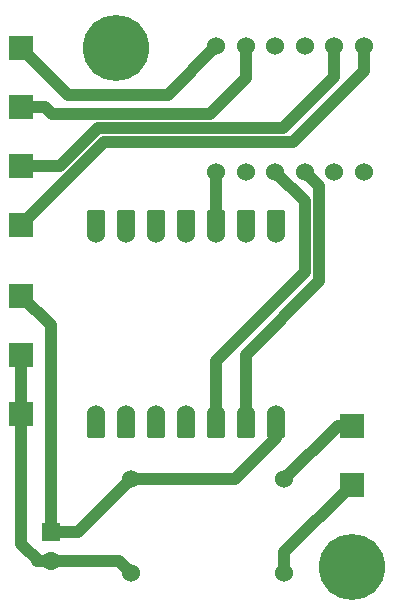
<source format=gbr>
%TF.GenerationSoftware,KiCad,Pcbnew,8.0.4*%
%TF.CreationDate,2026-02-03T00:17:50+01:00*%
%TF.ProjectId,bob,626f622e-6b69-4636-9164-5f7063625858,rev?*%
%TF.SameCoordinates,Original*%
%TF.FileFunction,Copper,L1,Top*%
%TF.FilePolarity,Positive*%
%FSLAX46Y46*%
G04 Gerber Fmt 4.6, Leading zero omitted, Abs format (unit mm)*
G04 Created by KiCad (PCBNEW 8.0.4) date 2026-02-03 00:17:50*
%MOMM*%
%LPD*%
G01*
G04 APERTURE LIST*
G04 Aperture macros list*
%AMRoundRect*
0 Rectangle with rounded corners*
0 $1 Rounding radius*
0 $2 $3 $4 $5 $6 $7 $8 $9 X,Y pos of 4 corners*
0 Add a 4 corners polygon primitive as box body*
4,1,4,$2,$3,$4,$5,$6,$7,$8,$9,$2,$3,0*
0 Add four circle primitives for the rounded corners*
1,1,$1+$1,$2,$3*
1,1,$1+$1,$4,$5*
1,1,$1+$1,$6,$7*
1,1,$1+$1,$8,$9*
0 Add four rect primitives between the rounded corners*
20,1,$1+$1,$2,$3,$4,$5,0*
20,1,$1+$1,$4,$5,$6,$7,0*
20,1,$1+$1,$6,$7,$8,$9,0*
20,1,$1+$1,$8,$9,$2,$3,0*%
G04 Aperture macros list end*
%TA.AperFunction,ComponentPad*%
%ADD10C,5.600000*%
%TD*%
%TA.AperFunction,ComponentPad*%
%ADD11R,2.000000X2.000000*%
%TD*%
%TA.AperFunction,ComponentPad*%
%ADD12C,1.524000*%
%TD*%
%TA.AperFunction,ComponentPad*%
%ADD13C,1.600000*%
%TD*%
%TA.AperFunction,ComponentPad*%
%ADD14R,1.600000X1.600000*%
%TD*%
%TA.AperFunction,SMDPad,CuDef*%
%ADD15RoundRect,0.152400X-0.609600X1.063600X-0.609600X-1.063600X0.609600X-1.063600X0.609600X1.063600X0*%
%TD*%
%TA.AperFunction,SMDPad,CuDef*%
%ADD16RoundRect,0.152400X0.609600X-1.063600X0.609600X1.063600X-0.609600X1.063600X-0.609600X-1.063600X0*%
%TD*%
%TA.AperFunction,Conductor*%
%ADD17C,1.000000*%
%TD*%
%TA.AperFunction,Conductor*%
%ADD18C,0.200000*%
%TD*%
G04 APERTURE END LIST*
D10*
%TO.P,REF\u002A\u002A,1*%
%TO.N,N/C*%
X96000000Y-76000000D03*
%TD*%
D11*
%TO.P,GND,1,1*%
%TO.N,GND 5V*%
X68000000Y-63000000D03*
%TD*%
%TO.P,GND,1,1*%
%TO.N,GND 5V*%
X68000000Y-58000000D03*
%TD*%
%TO.P,GND,1,1*%
%TO.N,GND 24V*%
X96000000Y-69000000D03*
%TD*%
%TO.P,24V,1,1*%
%TO.N,+24V*%
X96000000Y-64000000D03*
%TD*%
%TO.P,5V,1,1*%
%TO.N,VDD 5V*%
X68000000Y-53000000D03*
%TD*%
D10*
%TO.P,REF\u002A\u002A,1*%
%TO.N,N/C*%
X76000000Y-32000000D03*
%TD*%
D12*
%TO.P,STEP DOWN 5V,1,24V*%
%TO.N,+24V*%
X90275000Y-68525000D03*
%TO.P,STEP DOWN 5V,2,GND*%
%TO.N,GND 24V*%
X90275000Y-76525000D03*
%TO.P,STEP DOWN 5V,3,5V*%
%TO.N,VDD 5V*%
X77275000Y-68525000D03*
%TO.P,STEP DOWN 5V,4,GND*%
%TO.N,GND 5V*%
X77275000Y-76525000D03*
%TD*%
%TO.P,LOGIC LEVEL CONV.,1,HV1*%
%TO.N,Net-(U2-HV1)*%
X84500000Y-31900000D03*
%TO.P,LOGIC LEVEL CONV.,2,HV2*%
%TO.N,Net-(U2-HV2)*%
X87000000Y-31900000D03*
%TO.P,LOGIC LEVEL CONV.,3,HV*%
%TO.N,VDD 5V*%
X89500000Y-31900000D03*
%TO.P,LOGIC LEVEL CONV.,4,GND*%
%TO.N,GND 5V*%
X92000000Y-31900000D03*
%TO.P,LOGIC LEVEL CONV.,5,HV3*%
%TO.N,Net-(U2-HV3)*%
X94500000Y-31900000D03*
%TO.P,LOGIC LEVEL CONV.,6,HV4*%
%TO.N,Net-(U2-HV4)*%
X97000000Y-31900000D03*
%TO.P,LOGIC LEVEL CONV.,7,LV1*%
%TO.N,Net-(U1-GPIO3{slash}D2{slash}A2)*%
X84500000Y-42500000D03*
%TO.P,LOGIC LEVEL CONV.,8,LV2*%
%TO.N,Net-(U1-GPIO4{slash}D3{slash}A3)*%
X87000000Y-42500000D03*
%TO.P,LOGIC LEVEL CONV.,9,LV*%
%TO.N,Net-(U1-VCC_3V3)*%
X89500000Y-42500000D03*
%TO.P,LOGIC LEVEL CONV.,10,GND*%
%TO.N,GND 5V*%
X92000000Y-42500000D03*
%TO.P,LOGIC LEVEL CONV.,11,LV3*%
%TO.N,Net-(U1-GPIO5{slash}D4{slash}I2C_SDA)*%
X94500000Y-42500000D03*
%TO.P,LOGIC LEVEL CONV.,12,LV4*%
%TO.N,Net-(U1-GPIO9{slash}D5{slash}I2C_SCL)*%
X97000000Y-42500000D03*
%TD*%
D11*
%TO.P,D5,1,1*%
%TO.N,Net-(U2-HV4)*%
X68000000Y-47000000D03*
%TD*%
%TO.P,D4,1,1*%
%TO.N,Net-(U2-HV3)*%
X68000000Y-42000000D03*
%TD*%
%TO.P,D3,1,1*%
%TO.N,Net-(U2-HV2)*%
X68000000Y-37000000D03*
%TD*%
%TO.P,D2,1,1*%
%TO.N,Net-(U2-HV1)*%
X68000000Y-32000000D03*
%TD*%
D13*
%TO.P,100\u00B5F 25V,2*%
%TO.N,GND 5V*%
X70500000Y-75500000D03*
D14*
%TO.P,100\u00B5F 25V,1*%
%TO.N,VDD 5V*%
X70500000Y-73000000D03*
%TD*%
D15*
%TO.P,ESP32 S3,14,VBUS*%
%TO.N,VDD 5V*%
X89540000Y-63835000D03*
D12*
X89540000Y-63000000D03*
D15*
%TO.P,ESP32 S3,13,GND*%
%TO.N,GND 5V*%
X87000000Y-63835000D03*
D12*
X87000000Y-63000000D03*
D15*
%TO.P,ESP32 S3,12,VCC_3V3*%
%TO.N,Net-(U1-VCC_3V3)*%
X84460000Y-63835000D03*
D12*
X84460000Y-63000000D03*
D15*
%TO.P,ESP32 S3,11,GPIO9/D10/A10/MOSI*%
%TO.N,unconnected-(U1-GPIO9{slash}D10{slash}A10{slash}MOSI-Pad11)*%
X81920000Y-63835000D03*
D12*
X81920000Y-63000000D03*
D15*
%TO.P,ESP32 S3,10,GPIO8/D9/A9/MISO*%
%TO.N,unconnected-(U1-GPIO8{slash}D9{slash}A9{slash}MISO-Pad10)*%
X79380000Y-63835000D03*
D12*
X79380000Y-63000000D03*
D15*
%TO.P,ESP32 S3,9,GPIO7/D8/A8/SCK*%
%TO.N,unconnected-(U1-GPIO7{slash}D8{slash}A8{slash}SCK-Pad9)*%
X76840000Y-63835000D03*
D12*
X76840000Y-63000000D03*
D15*
%TO.P,ESP32 S3,8,U0RXD/D7/RX*%
%TO.N,unconnected-(U1-U0RXD{slash}D7{slash}RX-Pad8)*%
X74300000Y-63835000D03*
D12*
X74300000Y-63000000D03*
%TO.P,ESP32 S3,7,U0TXD/D6/TX*%
%TO.N,unconnected-(U1-U0TXD{slash}D6{slash}TX-Pad7)*%
X74300000Y-47760000D03*
D16*
X74300000Y-46925000D03*
D12*
%TO.P,ESP32 S3,6,GPIO9/D5/I2C_SCL*%
%TO.N,Net-(U1-GPIO9{slash}D5{slash}I2C_SCL)*%
X76840000Y-47760000D03*
D16*
X76840000Y-46925000D03*
D12*
%TO.P,ESP32 S3,5,GPIO5/D4/I2C_SDA*%
%TO.N,Net-(U1-GPIO5{slash}D4{slash}I2C_SDA)*%
X79380000Y-47760000D03*
D16*
X79380000Y-46925000D03*
D12*
%TO.P,ESP32 S3,4,GPIO4/D3/A3*%
%TO.N,Net-(U1-GPIO4{slash}D3{slash}A3)*%
X81920000Y-47760000D03*
D16*
X81920000Y-46925000D03*
D12*
%TO.P,ESP32 S3,3,GPIO3/D2/A2*%
%TO.N,Net-(U1-GPIO3{slash}D2{slash}A2)*%
X84460000Y-47760000D03*
D16*
X84460000Y-46925000D03*
D12*
%TO.P,ESP32 S3,2,GPIO2/DA/A1*%
%TO.N,unconnected-(U1-GPIO2{slash}DA{slash}A1-Pad2)*%
X87000000Y-47760000D03*
D16*
X87000000Y-46925000D03*
D12*
%TO.P,ESP32 S3,1,GPIO1/D0/A0*%
%TO.N,unconnected-(U1-GPIO1{slash}D0{slash}A0-Pad1)*%
X89540000Y-47760000D03*
D16*
X89540000Y-46925000D03*
%TD*%
D17*
%TO.N,Net-(U2-HV1)*%
X68000000Y-32000000D02*
X72000000Y-36000000D01*
X72000000Y-36000000D02*
X80400000Y-36000000D01*
X80400000Y-36000000D02*
X84500000Y-31900000D01*
%TO.N,Net-(U2-HV2)*%
X70600000Y-37600000D02*
X84000000Y-37600000D01*
X70000000Y-37000000D02*
X70600000Y-37600000D01*
X84000000Y-37600000D02*
X87000000Y-34600000D01*
X68000000Y-37000000D02*
X70000000Y-37000000D01*
X87000000Y-34600000D02*
X87000000Y-31900000D01*
%TO.N,Net-(U2-HV3)*%
X68000000Y-42000000D02*
X71302944Y-42000000D01*
X71302944Y-42000000D02*
X74502944Y-38800000D01*
X74502944Y-38800000D02*
X90200000Y-38800000D01*
X90200000Y-38800000D02*
X94500000Y-34500000D01*
X94500000Y-34500000D02*
X94500000Y-31900000D01*
%TO.N,GND 24V*%
X90275000Y-76525000D02*
X90275000Y-74725000D01*
X90275000Y-74725000D02*
X96000000Y-69000000D01*
%TO.N,+24V*%
X96000000Y-64000000D02*
X94800000Y-64000000D01*
X94800000Y-64000000D02*
X90275000Y-68525000D01*
%TO.N,Net-(U2-HV4)*%
X75000000Y-40000000D02*
X91000000Y-40000000D01*
X68000000Y-47000000D02*
X75000000Y-40000000D01*
X91000000Y-40000000D02*
X97000000Y-34000000D01*
X97000000Y-34000000D02*
X97000000Y-31900000D01*
%TO.N,VDD 5V*%
X68000000Y-53000000D02*
X70500000Y-55500000D01*
X70500000Y-55500000D02*
X70500000Y-73000000D01*
%TO.N,GND 5V*%
X68000000Y-63000000D02*
X68000000Y-74000000D01*
X68000000Y-74000000D02*
X69500000Y-75500000D01*
X69500000Y-75500000D02*
X70500000Y-75500000D01*
X68000000Y-58000000D02*
X68000000Y-63000000D01*
X69368630Y-75500000D02*
X70500000Y-75500000D01*
X93200000Y-43700000D02*
X93200000Y-45000000D01*
X93200000Y-45000000D02*
X93200000Y-51800000D01*
X93200000Y-51800000D02*
X87000000Y-58000000D01*
X92000000Y-42500000D02*
X93200000Y-43700000D01*
X87000000Y-58000000D02*
X87000000Y-63000000D01*
%TO.N,Net-(U1-VCC_3V3)*%
X92000000Y-45000000D02*
X92000000Y-51000000D01*
X89500000Y-42500000D02*
X92000000Y-45000000D01*
X92000000Y-51000000D02*
X84460000Y-58540000D01*
X84460000Y-58540000D02*
X84460000Y-63000000D01*
%TO.N,Net-(U1-GPIO3{slash}D2{slash}A2)*%
X84500000Y-42500000D02*
X84500000Y-47720000D01*
X84500000Y-47720000D02*
X84460000Y-47760000D01*
%TO.N,VDD 5V*%
X77275000Y-68525000D02*
X86066000Y-68525000D01*
X86066000Y-68525000D02*
X89540000Y-65051000D01*
X89540000Y-65051000D02*
X89540000Y-63000000D01*
X70500000Y-73000000D02*
X72800000Y-73000000D01*
X72800000Y-73000000D02*
X77275000Y-68525000D01*
D18*
X89540000Y-64077630D02*
X89540000Y-63000000D01*
X70500000Y-73000000D02*
X71000000Y-73000000D01*
D17*
%TO.N,GND 5V*%
X70500000Y-75500000D02*
X76250000Y-75500000D01*
X76250000Y-75500000D02*
X77275000Y-76525000D01*
%TD*%
M02*

</source>
